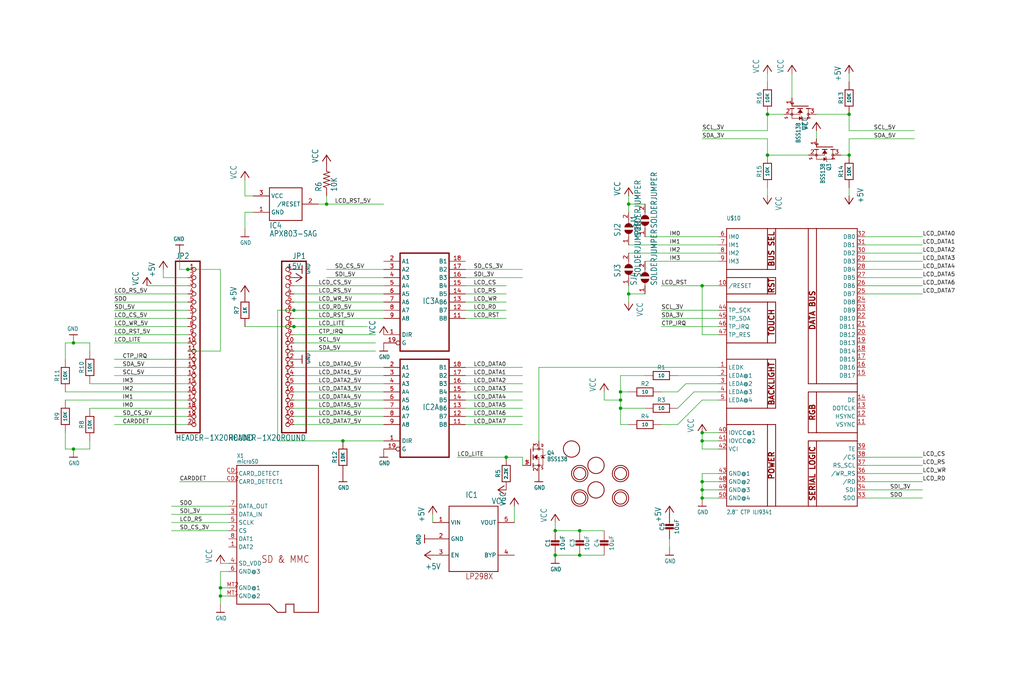
<source format=kicad_sch>
(kicad_sch (version 20211123) (generator eeschema)
  (paper "User" 318.592 212.877)
  (lib_symbols
    (symbol "schematicEagle-eagle-import:+5V" (power)
      (property "Value" "+5V" (at -2.54 -5.08 90))
      (symbol "+5V_1_0"
        (pin power_in line (at 0 -2.54 90) (length 2.54) (name "+5V") (number "1"))
      )
    )
    (symbol "schematicEagle-eagle-import:74245DW"
      (property "Reference" "IC" (at -0.635 -0.635 0))
      (symbol "74245DW_1_0"
        (pin input line (at -12.7 -10.16 0) (length 5.08) (name "DIR") (number "1"))
        (pin bidirectional line (at 12.7 -5.08 180) (length 5.08) (name "B8") (number "11"))
        (pin bidirectional line (at 12.7 -2.54 180) (length 5.08) (name "B7") (number "12"))
        (pin bidirectional line (at 12.7 0 180) (length 5.08) (name "B6") (number "13"))
        (pin bidirectional line (at 12.7 2.54 180) (length 5.08) (name "B5") (number "14"))
        (pin bidirectional line (at 12.7 5.08 180) (length 5.08) (name "B4") (number "15"))
        (pin bidirectional line (at 12.7 7.62 180) (length 5.08) (name "B3") (number "16"))
        (pin bidirectional line (at 12.7 10.16 180) (length 5.08) (name "B2") (number "17"))
        (pin bidirectional line (at 12.7 12.7 180) (length 5.08) (name "B1") (number "18"))
        (pin input inverted (at -12.7 -12.7 0) (length 5.08) (name "G") (number "19"))
        (pin bidirectional line (at -12.7 12.7 0) (length 5.08) (name "A1") (number "2"))
        (pin bidirectional line (at -12.7 10.16 0) (length 5.08) (name "A2") (number "3"))
        (pin bidirectional line (at -12.7 7.62 0) (length 5.08) (name "A3") (number "4"))
        (pin bidirectional line (at -12.7 5.08 0) (length 5.08) (name "A4") (number "5"))
        (pin bidirectional line (at -12.7 2.54 0) (length 5.08) (name "A5") (number "6"))
        (pin bidirectional line (at -12.7 0 0) (length 5.08) (name "A6") (number "7"))
        (pin bidirectional line (at -12.7 -2.54 0) (length 5.08) (name "A7") (number "8"))
        (pin bidirectional line (at -12.7 -5.08 0) (length 5.08) (name "A8") (number "9"))
      )
      (symbol "74245DW_2_0"
        (text "GND" (at 1.905 -5.842 900) (effects (font (size 1.27 1.0795)) (justify left bottom)))
        (text "VCC" (at 1.905 2.54 900) (effects (font (size 1.27 1.0795)) (justify left bottom)))
        (pin power_in line (at 0 -7.62 90) (length 5.08) (name "GND") (number "10"))
        (pin power_in line (at 0 7.62 270) (length 5.08) (name "VCC") (number "20"))
      )
    )
    (symbol "schematicEagle-eagle-import:AXP083-SAG"
      (property "Reference" "IC" (at -5.08 -7.62 0))
      (property "Value" "AXP083-SAG" (at -5.08 -10.16 0))
      (symbol "AXP083-SAG_1_0"
        (pin power_in line (at -10.16 -2.54 0) (length 5.08) (name "GND") (number "1"))
        (pin output line (at 10.16 0 180) (length 5.08) (name "/RESET") (number "2"))
        (pin power_in line (at -10.16 2.54 0) (length 5.08) (name "VCC") (number "3"))
      )
    )
    (symbol "schematicEagle-eagle-import:CAP_CERAMIC0805-NOOUTLINE"
      (property "Reference" "C" (at -2.29 1.25 90))
      (property "Value" "CAP_CERAMIC0805-NOOUTLINE" (at 2.3 1.25 90))
      (symbol "CAP_CERAMIC0805-NOOUTLINE_1_0"
        (pin passive line (at 0 5.08 270) (length 2.54) (name "1") (number "1"))
        (pin passive line (at 0 -2.54 90) (length 2.54) (name "2") (number "2"))
      )
    )
    (symbol "schematicEagle-eagle-import:DISP_LCD_CTP28_SAMPLE"
      (property "Reference" "TFT" (at -20.32 43.18 0))
      (property "Value" "DISP_LCD_CTP28_SAMPLE" (at -20.32 -48.26 0))
      (symbol "DISP_LCD_CTP28_SAMPLE_1_0"
        (text "BACKLIGHT" (at -6.35 -7.62 900) (effects (font (size 1.6764 1.6764) (thickness 0.3353) bold)))
        (text "BUS SEL" (at -6.35 34.29 900) (effects (font (size 1.6764 1.6764) (thickness 0.3353) bold)))
        (text "DATA BUS" (at 6.35 15.24 900) (effects (font (size 1.6764 1.6764) (thickness 0.3353) bold)))
        (text "POWER" (at -6.35 -33.02 900) (effects (font (size 1.6764 1.6764) (thickness 0.3353) bold)))
        (text "RGB" (at 6.35 -16.51 900) (effects (font (size 1.6764 1.6764) (thickness 0.3353) bold)))
        (text "RST" (at -6.35 22.86 900) (effects (font (size 1.6764 1.6764) (thickness 0.3353) bold)))
        (text "SERIAL LOGIC" (at 6.35 -35.56 900) (effects (font (size 1.6764 1.6764) (thickness 0.3353) bold)))
        (text "TOUCH" (at -6.35 11.43 900) (effects (font (size 1.6764 1.6764) (thickness 0.3353) bold)))
        (pin bidirectional line (at -22.86 -2.54 0) (length 2.54) (name "LEDK") (number "1"))
        (pin bidirectional line (at -22.86 22.86 0) (length 2.54) (name "/RESET") (number "10"))
        (pin bidirectional line (at 22.86 -20.32 180) (length 2.54) (name "VSYNC") (number "11"))
        (pin bidirectional line (at 22.86 -17.78 180) (length 2.54) (name "HSYNC") (number "12"))
        (pin bidirectional line (at 22.86 -15.24 180) (length 2.54) (name "DOTCLK") (number "13"))
        (pin bidirectional line (at 22.86 -12.7 180) (length 2.54) (name "DE") (number "14"))
        (pin bidirectional line (at 22.86 -5.08 180) (length 2.54) (name "DB17") (number "15"))
        (pin bidirectional line (at 22.86 -2.54 180) (length 2.54) (name "DB16") (number "16"))
        (pin bidirectional line (at 22.86 0 180) (length 2.54) (name "DB15") (number "17"))
        (pin bidirectional line (at 22.86 2.54 180) (length 2.54) (name "DB14") (number "18"))
        (pin bidirectional line (at 22.86 5.08 180) (length 2.54) (name "DB13") (number "19"))
        (pin bidirectional line (at -22.86 -5.08 0) (length 2.54) (name "LEDA@1") (number "2"))
        (pin bidirectional line (at 22.86 7.62 180) (length 2.54) (name "DB12") (number "20"))
        (pin bidirectional line (at 22.86 10.16 180) (length 2.54) (name "DB11") (number "21"))
        (pin bidirectional line (at 22.86 12.7 180) (length 2.54) (name "DB10") (number "22"))
        (pin bidirectional line (at 22.86 15.24 180) (length 2.54) (name "DB9") (number "23"))
        (pin bidirectional line (at 22.86 17.78 180) (length 2.54) (name "DB8") (number "24"))
        (pin bidirectional line (at 22.86 20.32 180) (length 2.54) (name "DB7") (number "25"))
        (pin bidirectional line (at 22.86 22.86 180) (length 2.54) (name "DB6") (number "26"))
        (pin bidirectional line (at 22.86 25.4 180) (length 2.54) (name "DB5") (number "27"))
        (pin bidirectional line (at 22.86 27.94 180) (length 2.54) (name "DB4") (number "28"))
        (pin bidirectional line (at 22.86 30.48 180) (length 2.54) (name "DB3") (number "29"))
        (pin bidirectional line (at -22.86 -7.62 0) (length 2.54) (name "LEDA@2") (number "3"))
        (pin bidirectional line (at 22.86 33.02 180) (length 2.54) (name "DB2") (number "30"))
        (pin bidirectional line (at 22.86 35.56 180) (length 2.54) (name "DB1") (number "31"))
        (pin bidirectional line (at 22.86 38.1 180) (length 2.54) (name "DB0") (number "32"))
        (pin bidirectional line (at 22.86 -43.18 180) (length 2.54) (name "SDO") (number "33"))
        (pin bidirectional line (at 22.86 -40.64 180) (length 2.54) (name "SDI") (number "34"))
        (pin bidirectional line (at 22.86 -38.1 180) (length 2.54) (name "/RD") (number "35"))
        (pin bidirectional line (at 22.86 -35.56 180) (length 2.54) (name "/WR_RS") (number "36"))
        (pin bidirectional line (at 22.86 -33.02 180) (length 2.54) (name "RS_SCL") (number "37"))
        (pin bidirectional line (at 22.86 -30.48 180) (length 2.54) (name "/CS") (number "38"))
        (pin bidirectional line (at 22.86 -27.94 180) (length 2.54) (name "TE") (number "39"))
        (pin bidirectional line (at -22.86 -10.16 0) (length 2.54) (name "LEDA@3") (number "4"))
        (pin bidirectional line (at -22.86 -22.86 0) (length 2.54) (name "IOVCC@1") (number "40"))
        (pin bidirectional line (at -22.86 -25.4 0) (length 2.54) (name "IOVCC@2") (number "41"))
        (pin bidirectional line (at -22.86 -27.94 0) (length 2.54) (name "VCI") (number "42"))
        (pin bidirectional line (at -22.86 -35.56 0) (length 2.54) (name "GND@1") (number "43"))
        (pin bidirectional line (at -22.86 15.24 0) (length 2.54) (name "TP_SCK") (number "44"))
        (pin bidirectional line (at -22.86 12.7 0) (length 2.54) (name "TP_SDA") (number "45"))
        (pin bidirectional line (at -22.86 10.16 0) (length 2.54) (name "TP_IRQ") (number "46"))
        (pin bidirectional line (at -22.86 7.62 0) (length 2.54) (name "TP_RES") (number "47"))
        (pin bidirectional line (at -22.86 -38.1 0) (length 2.54) (name "GND@2") (number "48"))
        (pin bidirectional line (at -22.86 -40.64 0) (length 2.54) (name "GND@3") (number "49"))
        (pin bidirectional line (at -22.86 -12.7 0) (length 2.54) (name "LEDA@4") (number "5"))
        (pin bidirectional line (at -22.86 -43.18 0) (length 2.54) (name "GND@4") (number "50"))
        (pin bidirectional line (at -22.86 38.1 0) (length 2.54) (name "IM0") (number "6"))
        (pin bidirectional line (at -22.86 35.56 0) (length 2.54) (name "IM1") (number "7"))
        (pin bidirectional line (at -22.86 33.02 0) (length 2.54) (name "IM2") (number "8"))
        (pin bidirectional line (at -22.86 30.48 0) (length 2.54) (name "IM3") (number "9"))
      )
    )
    (symbol "schematicEagle-eagle-import:FIDUCIAL")
    (symbol "schematicEagle-eagle-import:GND" (power)
      (property "Value" "GND" (at -1.524 -2.54 0))
      (symbol "GND_1_0"
        (pin power_in line (at 0 2.54 270) (length 2.54) (name "GND") (number "1"))
      )
    )
    (symbol "schematicEagle-eagle-import:HEADER-1X20ROUND"
      (property "Reference" "JP" (at -6.35 26.035 0))
      (property "Value" "HEADER-1X20ROUND" (at -6.35 -30.48 0))
      (symbol "HEADER-1X20ROUND_1_0"
        (pin passive inverted (at -2.54 22.86 0) (length 2.54) (name "1") (number "1"))
        (pin passive inverted (at -2.54 0 0) (length 2.54) (name "10") (number "10"))
        (pin passive inverted (at -2.54 -2.54 0) (length 2.54) (name "11") (number "11"))
        (pin passive inverted (at -2.54 -5.08 0) (length 2.54) (name "12") (number "12"))
        (pin passive inverted (at -2.54 -7.62 0) (length 2.54) (name "13") (number "13"))
        (pin passive inverted (at -2.54 -10.16 0) (length 2.54) (name "14") (number "14"))
        (pin passive inverted (at -2.54 -12.7 0) (length 2.54) (name "15") (number "15"))
        (pin passive inverted (at -2.54 -15.24 0) (length 2.54) (name "16") (number "16"))
        (pin passive inverted (at -2.54 -17.78 0) (length 2.54) (name "17") (number "17"))
        (pin passive inverted (at -2.54 -20.32 0) (length 2.54) (name "18") (number "18"))
        (pin passive inverted (at -2.54 -22.86 0) (length 2.54) (name "19") (number "19"))
        (pin passive inverted (at -2.54 20.32 0) (length 2.54) (name "2") (number "2"))
        (pin passive inverted (at -2.54 -25.4 0) (length 2.54) (name "20") (number "20"))
        (pin passive inverted (at -2.54 17.78 0) (length 2.54) (name "3") (number "3"))
        (pin passive inverted (at -2.54 15.24 0) (length 2.54) (name "4") (number "4"))
        (pin passive inverted (at -2.54 12.7 0) (length 2.54) (name "5") (number "5"))
        (pin passive inverted (at -2.54 10.16 0) (length 2.54) (name "6") (number "6"))
        (pin passive inverted (at -2.54 7.62 0) (length 2.54) (name "7") (number "7"))
        (pin passive inverted (at -2.54 5.08 0) (length 2.54) (name "8") (number "8"))
        (pin passive inverted (at -2.54 2.54 0) (length 2.54) (name "9") (number "9"))
      )
    )
    (symbol "schematicEagle-eagle-import:LP298XS"
      (property "Reference" "IC" (at -12.7 -5.08 90))
      (symbol "LP298XS_1_0"
        (text "LP298X" (at 12.7 -5.08 900) (effects (font (size 1.778 1.5113)) (justify left bottom)))
        (pin bidirectional line (at -5.08 -15.24 90) (length 5.08) (name "VIN") (number "1"))
        (pin bidirectional line (at 0 -15.24 90) (length 5.08) (name "GND") (number "2"))
        (pin bidirectional line (at 5.08 -15.24 90) (length 5.08) (name "EN") (number "3"))
        (pin bidirectional line (at 5.08 10.16 270) (length 5.08) (name "BYP") (number "4"))
        (pin bidirectional line (at -5.08 10.16 270) (length 5.08) (name "VOUT") (number "5"))
      )
    )
    (symbol "schematicEagle-eagle-import:MICROSD"
      (property "Reference" "X" (at -12.7 22.606 0))
      (property "Value" "MICROSD" (at -12.7 20.828 0))
      (symbol "MICROSD_1_0"
        (text "SD & MMC" (at -5.08 -10.16 0) (effects (font (size 2.1844 1.8567)) (justify left bottom)))
        (pin bidirectional line (at -15.24 -5.08 0) (length 2.54) (name "DAT2") (number "1"))
        (pin input line (at -15.24 0 0) (length 2.54) (name "CS") (number "2"))
        (pin input line (at -15.24 5.08 0) (length 2.54) (name "DATA_IN") (number "3"))
        (pin power_in line (at -15.24 -10.16 0) (length 2.54) (name "SD_VDD") (number "4"))
        (pin input line (at -15.24 2.54 0) (length 2.54) (name "SCLK") (number "5"))
        (pin power_in line (at -15.24 -12.7 0) (length 2.54) (name "GND@3") (number "6"))
        (pin output line (at -15.24 7.62 0) (length 2.54) (name "DATA_OUT") (number "7"))
        (pin bidirectional line (at -15.24 -2.54 0) (length 2.54) (name "DAT1") (number "8"))
        (pin passive line (at -15.24 17.78 0) (length 2.54) (name "CARD_DETECT") (number "CD1"))
        (pin passive line (at -15.24 15.24 0) (length 2.54) (name "CARD_DETECT1") (number "CD2"))
        (pin power_in line (at -15.24 -20.32 0) (length 2.54) (name "GND@2") (number "MT1"))
        (pin power_in line (at -15.24 -17.78 0) (length 2.54) (name "GND@1") (number "MT2"))
      )
    )
    (symbol "schematicEagle-eagle-import:MOSFET-NWIDE"
      (property "Reference" "Q" (at 5.08 0.635 0))
      (property "Value" "MOSFET-NWIDE" (at 5.08 -1.27 0))
      (symbol "MOSFET-NWIDE_1_0"
        (text "D" (at 3.175 3.175 0) (effects (font (size 0.8128 0.6908)) (justify left bottom)))
        (text "G" (at -1.27 -1.905 0) (effects (font (size 0.8128 0.6908)) (justify left bottom)))
        (text "S" (at 3.175 -3.81 0) (effects (font (size 0.8128 0.6908)) (justify left bottom)))
        (pin bidirectional line (at -2.54 -2.54 0) (length 2.54) (name "G") (number "1"))
        (pin bidirectional line (at 2.54 -5.08 90) (length 2.54) (name "S") (number "2"))
        (pin bidirectional line (at 2.54 5.08 270) (length 2.54) (name "D") (number "3"))
      )
    )
    (symbol "schematicEagle-eagle-import:MOUNTINGHOLE3.0THIN")
    (symbol "schematicEagle-eagle-import:R-US_R0805"
      (property "Reference" "R" (at -3.81 1.4986 0))
      (property "Value" "R-US_R0805" (at -3.81 -3.302 0))
      (symbol "R-US_R0805_1_0"
        (pin passive line (at -5.08 0 0) (length 2.54) (name "1") (number "1"))
        (pin passive line (at 5.08 0 180) (length 2.54) (name "2") (number "2"))
      )
    )
    (symbol "schematicEagle-eagle-import:RESISTOR0805_NOOUTLINE"
      (property "Reference" "R" (at 0 2.54 0))
      (property "Value" "RESISTOR0805_NOOUTLINE" (at 0 0 0))
      (symbol "RESISTOR0805_NOOUTLINE_1_0"
        (pin passive line (at -5.08 0 0) (length 2.54) (name "1") (number "1"))
        (pin passive line (at 5.08 0 180) (length 2.54) (name "2") (number "2"))
      )
    )
    (symbol "schematicEagle-eagle-import:SOLDERJUMPER"
      (property "Reference" "SJ" (at -2.54 2.54 0))
      (property "Value" "SOLDERJUMPER" (at -2.54 -3.81 0))
      (symbol "SOLDERJUMPER_1_0"
        (pin passive line (at -5.08 0 0) (length 2.54) (name "1") (number "1"))
        (pin passive line (at 5.08 0 180) (length 2.54) (name "2") (number "2"))
      )
    )
    (symbol "schematicEagle-eagle-import:VCC" (power)
      (property "Value" "VCC" (at -2.54 -2.54 90))
      (symbol "VCC_1_0"
        (pin power_in line (at 0 -2.54 90) (length 2.54) (name "VCC") (number "1"))
      )
    )
  )
  (junction (at 180.34 172.72))
  (junction (at 195.58 63.5))
  (junction (at 218.44 152.4))
  (junction (at 68.58 185.42))
  (junction (at 218.44 154.94))
  (junction (at 218.44 137.16))
  (junction (at 264.16 35.56))
  (junction (at 218.44 88.9))
  (junction (at 22.86 139.7))
  (junction (at 68.58 182.88))
  (junction (at 101.6 63.5))
  (junction (at 218.44 134.62))
  (junction (at 91.44 101.6))
  (junction (at 238.76 35.56))
  (junction (at 172.72 172.72))
  (junction (at 180.34 165.1))
  (junction (at 193.04 127))
  (junction (at 238.76 48.26))
  (junction (at 193.04 124.46))
  (junction (at 218.44 149.86))
  (junction (at 58.42 83.82))
  (junction (at 172.72 165.1))
  (junction (at 195.58 91.44))
  (junction (at 22.86 106.68))
  (junction (at 106.68 137.16))
  (junction (at 264.16 48.26))
  (junction (at 193.04 121.92))
  (junction (at 91.44 96.52))
  (junction (at 157.48 142.24))
  (wire (pts (xy 218.44 152.4) (xy 223.52 152.4)))
  (wire (pts (xy 223.52 101.6) (xy 205.74 101.6)))
  (wire (pts (xy 210.82 116.84) (xy 223.52 116.84)))
  (wire (pts (xy 68.58 177.8) (xy 68.58 182.88)))
  (wire (pts (xy 218.44 139.7) (xy 218.44 137.16)))
  (wire (pts (xy 218.44 149.86) (xy 218.44 152.4)))
  (wire (pts (xy 269.24 73.66) (xy 287.02 73.66)))
  (wire (pts (xy 50.8 86.36) (xy 50.8 83.82)))
  (wire (pts (xy 195.58 93.98) (xy 195.58 91.44)))
  (wire (pts (xy 119.38 129.54) (xy 91.44 129.54)))
  (wire (pts (xy 162.56 119.38) (xy 144.78 119.38)))
  (wire (pts (xy 172.72 162.56) (xy 172.72 165.1)))
  (wire (pts (xy 134.62 160.02) (xy 134.62 162.56)))
  (wire (pts (xy 269.24 88.9) (xy 287.02 88.9)))
  (wire (pts (xy 264.16 60.96) (xy 264.16 58.42)))
  (wire (pts (xy 218.44 124.46) (xy 223.52 124.46)))
  (wire (pts (xy 116.84 106.68) (xy 91.44 106.68)))
  (wire (pts (xy 269.24 147.32) (xy 287.02 147.32)))
  (wire (pts (xy 223.52 104.14) (xy 218.44 104.14)))
  (wire (pts (xy 144.78 96.52) (xy 157.48 96.52)))
  (wire (pts (xy 119.38 121.92) (xy 91.44 121.92)))
  (wire (pts (xy 195.58 91.44) (xy 195.58 88.9)))
  (wire (pts (xy 116.84 104.14) (xy 91.44 104.14)))
  (wire (pts (xy 180.34 165.1) (xy 187.96 165.1)))
  (wire (pts (xy 27.94 109.22) (xy 27.94 106.68)))
  (wire (pts (xy 195.58 132.08) (xy 193.04 132.08)))
  (wire (pts (xy 218.44 134.62) (xy 218.44 137.16)))
  (wire (pts (xy 193.04 124.46) (xy 193.04 121.92)))
  (wire (pts (xy 35.56 93.98) (xy 58.42 93.98)))
  (wire (pts (xy 20.32 134.62) (xy 20.32 139.7)))
  (wire (pts (xy 269.24 144.78) (xy 287.02 144.78)))
  (wire (pts (xy 106.68 137.16) (xy 86.36 137.16)))
  (wire (pts (xy 205.74 121.92) (xy 210.82 121.92)))
  (wire (pts (xy 246.38 30.48) (xy 246.38 22.86)))
  (wire (pts (xy 238.76 60.96) (xy 238.76 58.42)))
  (wire (pts (xy 162.56 127) (xy 144.78 127)))
  (wire (pts (xy 218.44 137.16) (xy 223.52 137.16)))
  (wire (pts (xy 195.58 121.92) (xy 193.04 121.92)))
  (wire (pts (xy 91.44 96.52) (xy 86.36 96.52)))
  (wire (pts (xy 264.16 22.86) (xy 264.16 25.4)))
  (wire (pts (xy 53.34 165.1) (xy 71.12 165.1)))
  (wire (pts (xy 142.24 142.24) (xy 157.48 142.24)))
  (wire (pts (xy 157.48 142.24) (xy 162.56 142.24)))
  (wire (pts (xy 269.24 81.28) (xy 287.02 81.28)))
  (wire (pts (xy 71.12 160.02) (xy 53.34 160.02)))
  (wire (pts (xy 91.44 96.52) (xy 119.38 96.52)))
  (wire (pts (xy 160.02 157.48) (xy 160.02 162.56)))
  (wire (pts (xy 27.94 139.7) (xy 27.94 137.16)))
  (wire (pts (xy 27.94 106.68) (xy 22.86 106.68)))
  (wire (pts (xy 218.44 104.14) (xy 218.44 88.9)))
  (wire (pts (xy 223.52 147.32) (xy 218.44 147.32)))
  (wire (pts (xy 86.36 137.16) (xy 86.36 96.52)))
  (wire (pts (xy 264.16 35.56) (xy 264.16 40.64)))
  (wire (pts (xy 162.56 124.46) (xy 144.78 124.46)))
  (wire (pts (xy 68.58 185.42) (xy 68.58 182.88)))
  (wire (pts (xy 167.64 114.3) (xy 223.52 114.3)))
  (wire (pts (xy 269.24 154.94) (xy 287.02 154.94)))
  (wire (pts (xy 269.24 76.2) (xy 287.02 76.2)))
  (wire (pts (xy 210.82 127) (xy 215.9 121.92)))
  (wire (pts (xy 200.66 91.44) (xy 195.58 91.44)))
  (wire (pts (xy 76.2 66.04) (xy 78.74 66.04)))
  (wire (pts (xy 162.56 116.84) (xy 144.78 116.84)))
  (wire (pts (xy 269.24 152.4) (xy 287.02 152.4)))
  (wire (pts (xy 20.32 139.7) (xy 22.86 139.7)))
  (wire (pts (xy 53.34 157.48) (xy 71.12 157.48)))
  (wire (pts (xy 254 40.64) (xy 254 43.18)))
  (wire (pts (xy 238.76 40.64) (xy 218.44 40.64)))
  (wire (pts (xy 20.32 124.46) (xy 58.42 124.46)))
  (wire (pts (xy 162.56 132.08) (xy 144.78 132.08)))
  (wire (pts (xy 193.04 121.92) (xy 193.04 116.84)))
  (wire (pts (xy 22.86 139.7) (xy 27.94 139.7)))
  (wire (pts (xy 264.16 40.64) (xy 284.48 40.64)))
  (wire (pts (xy 167.64 137.16) (xy 167.64 114.3)))
  (wire (pts (xy 187.96 121.92) (xy 187.96 124.46)))
  (wire (pts (xy 269.24 86.36) (xy 287.02 86.36)))
  (wire (pts (xy 193.04 132.08) (xy 193.04 127)))
  (wire (pts (xy 91.44 101.6) (xy 76.2 101.6)))
  (wire (pts (xy 101.6 63.5) (xy 119.38 63.5)))
  (wire (pts (xy 218.44 43.18) (xy 238.76 43.18)))
  (wire (pts (xy 35.56 114.3) (xy 58.42 114.3)))
  (wire (pts (xy 58.42 132.08) (xy 35.56 132.08)))
  (wire (pts (xy 269.24 149.86) (xy 287.02 149.86)))
  (wire (pts (xy 58.42 109.22) (xy 68.58 109.22)))
  (wire (pts (xy 264.16 43.18) (xy 284.48 43.18)))
  (wire (pts (xy 58.42 111.76) (xy 35.56 111.76)))
  (wire (pts (xy 71.12 149.86) (xy 55.88 149.86)))
  (wire (pts (xy 264.16 48.26) (xy 261.62 48.26)))
  (wire (pts (xy 119.38 119.38) (xy 91.44 119.38)))
  (wire (pts (xy 71.12 175.26) (xy 68.58 175.26)))
  (wire (pts (xy 254 35.56) (xy 264.16 35.56)))
  (wire (pts (xy 119.38 114.3) (xy 91.44 114.3)))
  (wire (pts (xy 210.82 121.92) (xy 213.36 119.38)))
  (wire (pts (xy 20.32 106.68) (xy 20.32 111.76)))
  (wire (pts (xy 78.74 60.96) (xy 76.2 60.96)))
  (wire (pts (xy 35.56 104.14) (xy 58.42 104.14)))
  (wire (pts (xy 264.16 48.26) (xy 264.16 43.18)))
  (wire (pts (xy 119.38 116.84) (xy 91.44 116.84)))
  (wire (pts (xy 187.96 124.46) (xy 193.04 124.46)))
  (wire (pts (xy 223.52 99.06) (xy 205.74 99.06)))
  (wire (pts (xy 210.82 132.08) (xy 218.44 124.46)))
  (wire (pts (xy 162.56 142.24) (xy 162.56 144.78)))
  (wire (pts (xy 223.52 78.74) (xy 195.58 78.74)))
  (wire (pts (xy 218.44 154.94) (xy 223.52 154.94)))
  (wire (pts (xy 187.96 172.72) (xy 180.34 172.72)))
  (wire (pts (xy 269.24 78.74) (xy 287.02 78.74)))
  (wire (pts (xy 205.74 88.9) (xy 218.44 88.9)))
  (wire (pts (xy 91.44 93.98) (xy 119.38 93.98)))
  (wire (pts (xy 238.76 48.26) (xy 238.76 43.18)))
  (wire (pts (xy 58.42 116.84) (xy 35.56 116.84)))
  (wire (pts (xy 68.58 83.82) (xy 58.42 83.82)))
  (wire (pts (xy 215.9 121.92) (xy 223.52 121.92)))
  (wire (pts (xy 35.56 101.6) (xy 58.42 101.6)))
  (wire (pts (xy 193.04 116.84) (xy 200.66 116.84)))
  (wire (pts (xy 223.52 139.7) (xy 218.44 139.7)))
  (wire (pts (xy 71.12 177.8) (xy 68.58 177.8)))
  (wire (pts (xy 180.34 165.1) (xy 172.72 165.1)))
  (wire (pts (xy 119.38 127) (xy 91.44 127)))
  (wire (pts (xy 238.76 40.64) (xy 238.76 35.56)))
  (wire (pts (xy 172.72 172.72) (xy 180.34 172.72)))
  (wire (pts (xy 238.76 35.56) (xy 243.84 35.56)))
  (wire (pts (xy 45.72 88.9) (xy 58.42 88.9)))
  (wire (pts (xy 162.56 114.3) (xy 144.78 114.3)))
  (wire (pts (xy 119.38 132.08) (xy 91.44 132.08)))
  (wire (pts (xy 55.88 83.82) (xy 55.88 78.74)))
  (wire (pts (xy 27.94 119.38) (xy 58.42 119.38)))
  (wire (pts (xy 58.42 86.36) (xy 50.8 86.36)))
  (wire (pts (xy 195.58 76.2) (xy 223.52 76.2)))
  (wire (pts (xy 144.78 88.9) (xy 157.48 88.9)))
  (wire (pts (xy 195.58 60.96) (xy 195.58 63.5)))
  (wire (pts (xy 208.28 170.18) (xy 208.28 167.64)))
  (wire (pts (xy 91.44 91.44) (xy 119.38 91.44)))
  (wire (pts (xy 58.42 127) (xy 27.94 127)))
  (wire (pts (xy 144.78 86.36) (xy 162.56 86.36)))
  (wire (pts (xy 218.44 88.9) (xy 223.52 88.9)))
  (wire (pts (xy 116.84 109.22) (xy 91.44 109.22)))
  (wire (pts (xy 71.12 162.56) (xy 53.34 162.56)))
  (wire (pts (xy 76.2 60.96) (xy 76.2 55.88)))
  (wire (pts (xy 144.78 91.44) (xy 157.48 91.44)))
  (wire (pts (xy 218.44 152.4) (xy 218.44 154.94)))
  (wire (pts (xy 223.52 134.62) (xy 218.44 134.62)))
  (wire (pts (xy 144.78 93.98) (xy 157.48 93.98)))
  (wire (pts (xy 119.38 124.46) (xy 91.44 124.46)))
  (wire (pts (xy 119.38 86.36) (xy 101.6 86.36)))
  (wire (pts (xy 193.04 127) (xy 200.66 127)))
  (wire (pts (xy 144.78 83.82) (xy 162.56 83.82)))
  (wire (pts (xy 35.56 99.06) (xy 58.42 99.06)))
  (wire (pts (xy 76.2 71.12) (xy 76.2 66.04)))
  (wire (pts (xy 58.42 106.68) (xy 35.56 106.68)))
  (wire (pts (xy 91.44 88.9) (xy 119.38 88.9)))
  (wire (pts (xy 71.12 185.42) (xy 68.58 185.42)))
  (wire (pts (xy 68.58 109.22) (xy 68.58 83.82)))
  (wire (pts (xy 20.32 121.92) (xy 58.42 121.92)))
  (wire (pts (xy 213.36 119.38) (xy 223.52 119.38)))
  (wire (pts (xy 195.58 66.04) (xy 195.58 63.5)))
  (wire (pts (xy 68.58 185.42) (xy 68.58 187.96)))
  (wire (pts (xy 195.58 63.5) (xy 200.66 63.5)))
  (wire (pts (xy 223.52 73.66) (xy 200.66 73.66)))
  (wire (pts (xy 91.44 99.06) (xy 119.38 99.06)))
  (wire (pts (xy 101.6 83.82) (xy 119.38 83.82)))
  (wire (pts (xy 238.76 22.86) (xy 238.76 25.4)))
  (wire (pts (xy 91.44 101.6) (xy 114.3 101.6)))
  (wire (pts (xy 223.52 96.52) (xy 205.74 96.52)))
  (wire (pts (xy 162.56 121.92) (xy 144.78 121.92)))
  (wire (pts (xy 193.04 127) (xy 193.04 124.46)))
  (wire (pts (xy 251.46 48.26) (xy 238.76 48.26)))
  (wire (pts (xy 162.56 129.54) (xy 144.78 129.54)))
  (wire (pts (xy 223.52 81.28) (xy 200.66 81.28)))
  (wire (pts (xy 269.24 142.24) (xy 287.02 142.24)))
  (wire (pts (xy 22.86 106.68) (xy 20.32 106.68)))
  (wire (pts (xy 99.06 63.5) (xy 101.6 63.5)))
  (wire (pts (xy 101.6 60.96) (xy 101.6 63.5)))
  (wire (pts (xy 35.56 91.44) (xy 58.42 91.44)))
  (wire (pts (xy 144.78 99.06) (xy 157.48 99.06)))
  (wire (pts (xy 223.52 149.86) (xy 218.44 149.86)))
  (wire (pts (xy 269.24 83.82) (xy 287.02 83.82)))
  (wire (pts (xy 58.42 83.82) (xy 55.88 83.82)))
  (wire (pts (xy 68.58 182.88) (xy 71.12 182.88)))
  (wire (pts (xy 269.24 91.44) (xy 287.02 91.44)))
  (wire (pts (xy 218.44 147.32) (xy 218.44 149.86)))
  (wire (pts (xy 35.56 129.54) (xy 58.42 129.54)))
  (wire (pts (xy 58.42 96.52) (xy 35.56 96.52)))
  (wire (pts (xy 205.74 132.08) (xy 210.82 132.08)))
  (wire (pts (xy 119.38 137.16) (xy 106.68 137.16)))
  (label "IM3" (at 38.1 119.38 0) (effects (font (size 1.2446 1.2446))))
  (label "CTP_IRQ" (at 99.06 104.14 0) (effects (font (size 1.2446 1.2446))))
  (label "LCD_CS" (at 287.02 142.24 0) (effects (font (size 1.2446 1.2446))))
  (label "LCD_DATA1_5V" (at 99.06 116.84 0) (effects (font (size 1.2446 1.2446))))
  (label "IM2" (at 38.1 121.92 0) (effects (font (size 1.2446 1.2446))))
  (label "IM0" (at 38.1 127 0) (effects (font (size 1.2446 1.2446))))
  (label "LCD_DATA2" (at 147.32 119.38 0) (effects (font (size 1.2446 1.2446))))
  (label "LCD_DATA2" (at 287.02 78.74 0) (effects (font (size 1.2446 1.2446))))
  (label "SD_CS_3V" (at 55.88 165.1 0) (effects (font (size 1.2446 1.2446))))
  (label "LCD_CS" (at 147.32 88.9 0) (effects (font (size 1.2446 1.2446))))
  (label "IM3" (at 208.28 81.28 0) (effects (font (size 1.2446 1.2446))))
  (label "SDI_5V" (at 35.56 96.52 0) (effects (font (size 1.2446 1.2446))))
  (label "LCD_DATA0_5V" (at 99.06 114.3 0) (effects (font (size 1.2446 1.2446))))
  (label "LCD_CS_5V" (at 35.56 99.06 0) (effects (font (size 1.2446 1.2446))))
  (label "SDI_5V" (at 104.14 86.36 0) (effects (font (size 1.2446 1.2446))))
  (label "SDA_5V" (at 99.06 109.22 0) (effects (font (size 1.2446 1.2446))))
  (label "LCD_DATA5" (at 147.32 127 0) (effects (font (size 1.2446 1.2446))))
  (label "LCD_DATA1" (at 147.32 116.84 0) (effects (font (size 1.2446 1.2446))))
  (label "SDA_5V" (at 38.1 114.3 0) (effects (font (size 1.2446 1.2446))))
  (label "LCD_RD_5V" (at 99.06 96.52 0) (effects (font (size 1.2446 1.2446))))
  (label "LCD_RD" (at 147.32 96.52 0) (effects (font (size 1.2446 1.2446))))
  (label "LCD_LITE" (at 142.24 142.24 0) (effects (font (size 1.2446 1.2446))))
  (label "SD_CS_3V" (at 147.32 83.82 0) (effects (font (size 1.2446 1.2446))))
  (label "SDI_3V" (at 55.88 160.02 0) (effects (font (size 1.2446 1.2446))))
  (label "SDO" (at 35.56 93.98 0) (effects (font (size 1.2446 1.2446))))
  (label "LCD_RST" (at 205.74 88.9 0) (effects (font (size 1.2446 1.2446))))
  (label "LCD_DATA7" (at 287.02 91.44 0) (effects (font (size 1.2446 1.2446))))
  (label "SDI_3V" (at 147.32 86.36 0) (effects (font (size 1.2446 1.2446))))
  (label "IM1" (at 208.28 76.2 0) (effects (font (size 1.2446 1.2446))))
  (label "IM2" (at 208.28 78.74 0) (effects (font (size 1.2446 1.2446))))
  (label "LCD_DATA7" (at 147.32 132.08 0) (effects (font (size 1.2446 1.2446))))
  (label "LCD_DATA4" (at 287.02 83.82 0) (effects (font (size 1.2446 1.2446))))
  (label "LCD_RST" (at 147.32 99.06 0) (effects (font (size 1.2446 1.2446))))
  (label "LCD_DATA6_5V" (at 99.06 129.54 0) (effects (font (size 1.2446 1.2446))))
  (label "LCD_DATA0" (at 287.02 73.66 0) (effects (font (size 1.2446 1.2446))))
  (label "LCD_WR" (at 147.32 93.98 0) (effects (font (size 1.2446 1.2446))))
  (label "LCD_RD" (at 287.02 149.86 0) (effects (font (size 1.2446 1.2446))))
  (label "SDA_3V" (at 218.44 43.18 0) (effects (font (size 1.2446 1.2446))))
  (label "LCD_RS" (at 287.02 144.78 0) (effects (font (size 1.2446 1.2446))))
  (label "LCD_WR_5V" (at 35.56 101.6 0) (effects (font (size 1.2446 1.2446))))
  (label "LCD_DATA4" (at 147.32 124.46 0) (effects (font (size 1.2446 1.2446))))
  (label "LCD_RS_5V" (at 99.06 91.44 0) (effects (font (size 1.2446 1.2446))))
  (label "SDO" (at 276.86 154.94 0) (effects (font (size 1.2446 1.2446))))
  (label "SCL_3V" (at 205.74 96.52 0) (effects (font (size 1.2446 1.2446))))
  (label "SDA_5V" (at 271.78 43.18 0) (effects (font (size 1.2446 1.2446))))
  (label "CARDDET" (at 55.88 149.86 0) (effects (font (size 1.2446 1.2446))))
  (label "LCD_LITE" (at 99.06 101.6 0) (effects (font (size 1.2446 1.2446))))
  (label "SD_CS_5V" (at 38.1 129.54 0) (effects (font (size 1.2446 1.2446))))
  (label "IM0" (at 208.28 73.66 0) (effects (font (size 1.2446 1.2446))))
  (label "SCL_3V" (at 218.44 40.64 0) (effects (font (size 1.2446 1.2446))))
  (label "LCD_WR_5V" (at 99.06 93.98 0) (effects (font (size 1.2446 1.2446))))
  (label "LCD_DATA3_5V" (at 99.06 121.92 0) (effects (font (size 1.2446 1.2446))))
  (label "LCD_CS_5V" (at 99.06 88.9 0) (effects (font (size 1.2446 1.2446))))
  (label "LCD_RST_5V" (at 104.14 63.5 0) (effects (font (size 1.2446 1.2446))))
  (label "SDO" (at 55.88 157.48 0) (effects (font (size 1.2446 1.2446))))
  (label "LCD_RS" (at 55.88 162.56 0) (effects (font (size 1.2446 1.2446))))
  (label "LCD_DATA5_5V" (at 99.06 127 0) (effects (font (size 1.2446 1.2446))))
  (label "SCL_5V" (at 38.1 116.84 0) (effects (font (size 1.2446 1.2446))))
  (label "SD_CS_5V" (at 104.14 83.82 0) (effects (font (size 1.2446 1.2446))))
  (label "LCD_RS_5V" (at 35.56 91.44 0) (effects (font (size 1.2446 1.2446))))
  (label "IM1" (at 38.1 124.46 0) (effects (font (size 1.2446 1.2446))))
  (label "SCL_5V" (at 271.78 40.64 0) (effects (font (size 1.2446 1.2446))))
  (label "LCD_RST_5V" (at 35.56 104.14 0) (effects (font (size 1.2446 1.2446))))
  (label "LCD_DATA2_5V" (at 99.06 119.38 0) (effects (font (size 1.2446 1.2446))))
  (label "LCD_DATA7_5V" (at 99.06 132.08 0) (effects (font (size 1.2446 1.2446))))
  (label "LCD_RST_5V" (at 99.06 99.06 0) (effects (font (size 1.2446 1.2446))))
  (label "SDA_3V" (at 205.74 99.06 0) (effects (font (size 1.2446 1.2446))))
  (label "LCD_DATA3" (at 287.02 81.28 0) (effects (font (size 1.2446 1.2446))))
  (label "LCD_DATA5" (at 287.02 86.36 0) (effects (font (size 1.2446 1.2446))))
  (label "CTP_IRQ" (at 205.74 101.6 0) (effects (font (size 1.2446 1.2446))))
  (label "SDI_3V" (at 276.86 152.4 0) (effects (font (size 1.2446 1.2446))))
  (label "LCD_LITE" (at 35.56 106.68 0) (effects (font (size 1.2446 1.2446))))
  (label "LCD_DATA3" (at 147.32 121.92 0) (effects (font (size 1.2446 1.2446))))
  (label "LCD_DATA6" (at 147.32 129.54 0) (effects (font (size 1.2446 1.2446))))
  (label "LCD_RS" (at 147.32 91.44 0) (effects (font (size 1.2446 1.2446))))
  (label "LCD_DATA1" (at 287.02 76.2 0) (effects (font (size 1.2446 1.2446))))
  (label "LCD_DATA0" (at 147.32 114.3 0) (effects (font (size 1.2446 1.2446))))
  (label "CTP_IRQ" (at 38.1 111.76 0) (effects (font (size 1.2446 1.2446))))
  (label "LCD_DATA6" (at 287.02 88.9 0) (effects (font (size 1.2446 1.2446))))
  (label "CARDDET" (at 38.1 132.08 0) (effects (font (size 1.2446 1.2446))))
  (label "SCL_5V" (at 99.06 106.68 0) (effects (font (size 1.2446 1.2446))))
  (label "LCD_DATA4_5V" (at 99.06 124.46 0) (effects (font (size 1.2446 1.2446))))
  (label "LCD_WR" (at 287.02 147.32 0) (effects (font (size 1.2446 1.2446))))
  (symbol (lib_id "schematicEagle-eagle-import:VCC") (at 246.38 20.32 0) (unit 1)
    (property "Reference" "#P+14" (effects hide))
    (property "Value" "VCC" (at 243.84 22.86 90) (effects (font (size 1.778 1.5113)) (justify left bottom)))
    (property "Footprint" "schematicEagle:" (effects hide))
  )
  (symbol (lib_id "schematicEagle-eagle-import:+5V") (at 50.8 81.28 0) (unit 1)
    (property "Reference" "#SUPPLY4" (effects hide))
    (property "Value" "+5V" (at 48.26 86.36 90) (effects (font (size 1.778 1.5113)) (justify left bottom)))
    (property "Footprint" "schematicEagle:" (effects hide))
  )
  (symbol (lib_id "schematicEagle-eagle-import:74245DW") (at 132.08 93.98 0) (unit 1)
    (property "Reference" "IC3" (at 131.445 94.615 0) (effects (font (size 1.778 1.5113)) (justify left bottom)))
    (property "Value" "74LVC245" (effects hide))
    (property "Footprint" "schematicEagle:SO20W" (effects hide))
  )
  (symbol (lib_id "schematicEagle-eagle-import:RESISTOR0805_NOOUTLINE") (at 157.48 147.32 90) (unit 1)
    (property "Reference" "R5" (at 154.94 147.32 0))
    (property "Value" "2.2K" (at 157.48 147.32 0) (effects (font (size 1.016 1.016) bold)))
    (property "Footprint" "schematicEagle:0805-NO" (effects hide))
  )
  (symbol (lib_id "schematicEagle-eagle-import:CAP_CERAMIC0805-NOOUTLINE") (at 180.34 170.18 0) (unit 1)
    (property "Reference" "C3" (at 178.05 168.93 90))
    (property "Value" "10uF" (at 182.64 168.93 90))
    (property "Footprint" "schematicEagle:0805-NO" (effects hide))
  )
  (symbol (lib_id "schematicEagle-eagle-import:RESISTOR0805_NOOUTLINE") (at 20.32 116.84 90) (unit 1)
    (property "Reference" "R11" (at 17.78 116.84 0))
    (property "Value" "10K" (at 20.32 116.84 0) (effects (font (size 1.016 1.016) bold)))
    (property "Footprint" "schematicEagle:0805-NO" (effects hide))
  )
  (symbol (lib_id "schematicEagle-eagle-import:GND") (at 93.98 83.82 90) (unit 1)
    (property "Reference" "#U$5" (effects hide))
    (property "Value" "GND" (at 96.52 85.344 0) (effects (font (size 1.27 1.0795)) (justify left bottom)))
    (property "Footprint" "schematicEagle:" (effects hide))
  )
  (symbol (lib_id "schematicEagle-eagle-import:CAP_CERAMIC0805-NOOUTLINE") (at 172.72 170.18 0) (unit 1)
    (property "Reference" "C1" (at 170.43 168.93 90))
    (property "Value" "10uF" (at 175.02 168.93 90))
    (property "Footprint" "schematicEagle:0805-NO" (effects hide))
  )
  (symbol (lib_id "schematicEagle-eagle-import:VCC") (at 172.72 160.02 0) (unit 1)
    (property "Reference" "#P+6" (effects hide))
    (property "Value" "VCC" (at 170.18 162.56 90) (effects (font (size 1.778 1.5113)) (justify left bottom)))
    (property "Footprint" "schematicEagle:" (effects hide))
  )
  (symbol (lib_id "schematicEagle-eagle-import:+5V") (at 134.62 157.48 0) (unit 1)
    (property "Reference" "#SUPPLY2" (effects hide))
    (property "Value" "+5V" (at 132.08 162.56 90) (effects (font (size 1.778 1.5113)) (justify left bottom)))
    (property "Footprint" "schematicEagle:" (effects hide))
  )
  (symbol (lib_id "schematicEagle-eagle-import:RESISTOR0805_NOOUTLINE") (at 200.66 121.92 0) (unit 1)
    (property "Reference" "R2" (at 200.66 119.38 0))
    (property "Value" "10" (at 200.66 121.92 0) (effects (font (size 1.016 1.016) bold)))
    (property "Footprint" "schematicEagle:0805-NO" (effects hide))
  )
  (symbol (lib_id "schematicEagle-eagle-import:RESISTOR0805_NOOUTLINE") (at 238.76 53.34 90) (unit 1)
    (property "Reference" "R15" (at 236.22 53.34 0))
    (property "Value" "10K" (at 238.76 53.34 0) (effects (font (size 1.016 1.016) bold)))
    (property "Footprint" "schematicEagle:0805-NO" (effects hide))
  )
  (symbol (lib_id "schematicEagle-eagle-import:74245DW") (at 132.08 127 0) (unit 1)
    (property "Reference" "IC2" (at 131.445 127.635 0) (effects (font (size 1.778 1.5113)) (justify left bottom)))
    (property "Value" "74LVC245" (effects hide))
    (property "Footprint" "schematicEagle:SO20W" (effects hide))
  )
  (symbol (lib_id "schematicEagle-eagle-import:GND") (at 22.86 142.24 0) (unit 1)
    (property "Reference" "#U$20" (effects hide))
    (property "Value" "GND" (at 21.336 144.78 0) (effects (font (size 1.27 1.0795)) (justify left bottom)))
    (property "Footprint" "schematicEagle:" (effects hide))
  )
  (symbol (lib_id "schematicEagle-eagle-import:VCC") (at 238.76 63.5 180) (unit 1)
    (property "Reference" "#P+16" (effects hide))
    (property "Value" "VCC" (at 241.3 60.96 90) (effects (font (size 1.778 1.5113)) (justify left bottom)))
    (property "Footprint" "schematicEagle:" (effects hide))
  )
  (symbol (lib_id "schematicEagle-eagle-import:GND") (at 119.38 142.24 0) (unit 1)
    (property "Reference" "#U$8" (effects hide))
    (property "Value" "GND" (at 117.856 144.78 0) (effects (font (size 1.27 1.0795)) (justify left bottom)))
    (property "Footprint" "schematicEagle:" (effects hide))
  )
  (symbol (lib_id "schematicEagle-eagle-import:VCC") (at 160.02 154.94 0) (unit 1)
    (property "Reference" "#P+5" (effects hide))
    (property "Value" "VCC" (at 157.48 157.48 90) (effects (font (size 1.778 1.5113)) (justify left bottom)))
    (property "Footprint" "schematicEagle:" (effects hide))
  )
  (symbol (lib_id "schematicEagle-eagle-import:GND") (at 55.88 76.2 180) (unit 1)
    (property "Reference" "#U$2" (effects hide))
    (property "Value" "GND" (at 57.404 73.66 0) (effects (font (size 1.27 1.0795)) (justify left bottom)))
    (property "Footprint" "schematicEagle:" (effects hide))
  )
  (symbol (lib_id "schematicEagle-eagle-import:LP298XS") (at 149.86 167.64 270) (unit 1)
    (property "Reference" "IC1" (at 144.78 154.94 90) (effects (font (size 1.778 1.5113)) (justify left bottom)))
    (property "Value" "MIC5225-3.3" (effects hide))
    (property "Footprint" "schematicEagle:SOT23-5L" (effects hide))
  )
  (symbol (lib_id "schematicEagle-eagle-import:RESISTOR0805_NOOUTLINE") (at 200.66 132.08 0) (unit 1)
    (property "Reference" "R4" (at 200.66 129.54 0))
    (property "Value" "10" (at 200.66 132.08 0) (effects (font (size 1.016 1.016) bold)))
    (property "Footprint" "schematicEagle:0805-NO" (effects hide))
  )
  (symbol (lib_id "schematicEagle-eagle-import:SOLDERJUMPER") (at 195.58 71.12 90) (unit 1)
    (property "Reference" "SJ2" (at 193.04 73.66 0) (effects (font (size 1.778 1.5113)) (justify left bottom)))
    (property "Value" "SOLDERJUMPER" (at 199.39 73.66 0) (effects (font (size 1.778 1.5113)) (justify left bottom)))
    (property "Footprint" "schematicEagle:SOLDERJUMPER_ARROW_NOPASTE" (effects hide))
  )
  (symbol (lib_id "schematicEagle-eagle-import:MOUNTINGHOLE3.0THIN") (at 193.04 154.94 0) (unit 1)
    (property "Reference" "U$17" (effects hide))
    (property "Value" "MOUNTINGHOLE3.0THIN" (effects hide))
    (property "Footprint" "schematicEagle:MOUNTINGHOLE_3.0_PLATEDTHIN" (effects hide))
  )
  (symbol (lib_id "schematicEagle-eagle-import:VCC") (at 218.44 132.08 0) (unit 1)
    (property "Reference" "#P+8" (effects hide))
    (property "Value" "VCC" (at 215.9 134.62 90) (effects (font (size 1.778 1.5113)) (justify left bottom)))
    (property "Footprint" "schematicEagle:" (effects hide))
  )
  (symbol (lib_id "schematicEagle-eagle-import:GND") (at 76.2 73.66 0) (unit 1)
    (property "Reference" "#U$3" (effects hide))
    (property "Value" "GND" (at 74.676 76.2 0) (effects (font (size 1.27 1.0795)) (justify left bottom)))
    (property "Footprint" "schematicEagle:" (effects hide))
  )
  (symbol (lib_id "schematicEagle-eagle-import:VCC") (at 154.94 152.4 90) (unit 1)
    (property "Reference" "#P+18" (effects hide))
    (property "Value" "VCC" (at 157.48 154.94 90) (effects (font (size 1.778 1.5113)) (justify left bottom)))
    (property "Footprint" "schematicEagle:" (effects hide))
  )
  (symbol (lib_id "schematicEagle-eagle-import:RESISTOR0805_NOOUTLINE") (at 76.2 96.52 90) (unit 1)
    (property "Reference" "R7" (at 73.66 96.52 0))
    (property "Value" "1K" (at 76.2 96.52 0) (effects (font (size 1.016 1.016) bold)))
    (property "Footprint" "schematicEagle:0805-NO" (effects hide))
  )
  (symbol (lib_id "schematicEagle-eagle-import:+5V") (at 264.16 63.5 180) (unit 1)
    (property "Reference" "#P+17" (effects hide))
    (property "Value" "+5V" (at 266.7 58.42 90) (effects (font (size 1.778 1.5113)) (justify left bottom)))
    (property "Footprint" "schematicEagle:" (effects hide))
  )
  (symbol (lib_id "schematicEagle-eagle-import:+5V") (at 132.08 172.72 90) (unit 1)
    (property "Reference" "#SUPPLY3" (effects hide))
    (property "Value" "+5V" (at 137.16 175.26 90) (effects (font (size 1.778 1.5113)) (justify left bottom)))
    (property "Footprint" "schematicEagle:" (effects hide))
  )
  (symbol (lib_id "schematicEagle-eagle-import:RESISTOR0805_NOOUTLINE") (at 20.32 129.54 90) (unit 1)
    (property "Reference" "R9" (at 17.78 129.54 0))
    (property "Value" "10K" (at 20.32 129.54 0) (effects (font (size 1.016 1.016) bold)))
    (property "Footprint" "schematicEagle:0805-NO" (effects hide))
  )
  (symbol (lib_id "schematicEagle-eagle-import:VCC") (at 68.58 172.72 0) (unit 1)
    (property "Reference" "#P+3" (effects hide))
    (property "Value" "VCC" (at 66.04 175.26 90) (effects (font (size 1.778 1.5113)) (justify left bottom)))
    (property "Footprint" "schematicEagle:" (effects hide))
  )
  (symbol (lib_id "schematicEagle-eagle-import:MOSFET-NWIDE") (at 256.54 45.72 270) (unit 1)
    (property "Reference" "Q3" (at 257.175 50.8 0) (effects (font (size 1.27 1.0795)) (justify left bottom)))
    (property "Value" "BSS138" (at 255.27 50.8 0) (effects (font (size 1.27 1.0795)) (justify left bottom)))
    (property "Footprint" "schematicEagle:SOT23-WIDE" (effects hide))
  )
  (symbol (lib_id "schematicEagle-eagle-import:SOLDERJUMPER") (at 195.58 83.82 90) (unit 1)
    (property "Reference" "SJ3" (at 193.04 86.36 0) (effects (font (size 1.778 1.5113)) (justify left bottom)))
    (property "Value" "SOLDERJUMPER" (at 199.39 86.36 0) (effects (font (size 1.778 1.5113)) (justify left bottom)))
    (property "Footprint" "schematicEagle:SOLDERJUMPER_ARROW_NOPASTE" (effects hide))
  )
  (symbol (lib_id "schematicEagle-eagle-import:VCC") (at 238.76 20.32 0) (unit 1)
    (property "Reference" "#P+13" (effects hide))
    (property "Value" "VCC" (at 236.22 22.86 90) (effects (font (size 1.778 1.5113)) (justify left bottom)))
    (property "Footprint" "schematicEagle:" (effects hide))
  )
  (symbol (lib_id "schematicEagle-eagle-import:VCC") (at 45.72 86.36 0) (unit 1)
    (property "Reference" "#P+2" (effects hide))
    (property "Value" "VCC" (at 43.18 88.9 90) (effects (font (size 1.778 1.5113)) (justify left bottom)))
    (property "Footprint" "schematicEagle:" (effects hide))
  )
  (symbol (lib_id "schematicEagle-eagle-import:VCC") (at 101.6 48.26 0) (unit 1)
    (property "Reference" "#P+9" (effects hide))
    (property "Value" "VCC" (at 99.06 50.8 90) (effects (font (size 1.778 1.5113)) (justify left bottom)))
    (property "Footprint" "schematicEagle:" (effects hide))
  )
  (symbol (lib_id "schematicEagle-eagle-import:GND") (at 218.44 157.48 0) (unit 1)
    (property "Reference" "#U$14" (effects hide))
    (property "Value" "GND" (at 216.916 160.02 0) (effects (font (size 1.27 1.0795)) (justify left bottom)))
    (property "Footprint" "schematicEagle:" (effects hide))
  )
  (symbol (lib_id "schematicEagle-eagle-import:GND") (at 208.28 172.72 0) (unit 1)
    (property "Reference" "#U$13" (effects hide))
    (property "Value" "GND" (at 206.756 175.26 0) (effects (font (size 1.27 1.0795)) (justify left bottom)))
    (property "Footprint" "schematicEagle:" (effects hide))
  )
  (symbol (lib_id "schematicEagle-eagle-import:VCC") (at 76.2 53.34 0) (unit 1)
    (property "Reference" "#P+7" (effects hide))
    (property "Value" "VCC" (at 73.66 55.88 90) (effects (font (size 1.778 1.5113)) (justify left bottom)))
    (property "Footprint" "schematicEagle:" (effects hide))
  )
  (symbol (lib_id "schematicEagle-eagle-import:+5V") (at 208.28 157.48 0) (unit 1)
    (property "Reference" "#SUPPLY5" (effects hide))
    (property "Value" "+5V" (at 205.74 162.56 90) (effects (font (size 1.778 1.5113)) (justify left bottom)))
    (property "Footprint" "schematicEagle:" (effects hide))
  )
  (symbol (lib_id "schematicEagle-eagle-import:DISP_LCD_CTP28_SAMPLE") (at 246.38 111.76 0) (unit 1)
    (property "Reference" "U$10" (at 226.06 68.58 0) (effects (font (size 1.27 1.0795)) (justify left bottom)))
    (property "Value" "2.8\" CTP ILI9341" (at 226.06 160.02 0) (effects (font (size 1.27 1.0795)) (justify left bottom)))
    (property "Footprint" "schematicEagle:TFT_2.83IN_240X320_50PIN" (effects hide))
  )
  (symbol (lib_id "schematicEagle-eagle-import:VCC") (at 187.96 119.38 0) (unit 1)
    (property "Reference" "#P+1" (effects hide))
    (property "Value" "VCC" (at 185.42 121.92 90) (effects (font (size 1.778 1.5113)) (justify left bottom)))
    (property "Footprint" "schematicEagle:" (effects hide))
  )
  (symbol (lib_id "schematicEagle-eagle-import:+5V") (at 264.16 20.32 0) (unit 1)
    (property "Reference" "#P+12" (effects hide))
    (property "Value" "+5V" (at 261.62 25.4 90) (effects (font (size 1.778 1.5113)) (justify left bottom)))
    (property "Footprint" "schematicEagle:" (effects hide))
  )
  (symbol (lib_id "schematicEagle-eagle-import:FIDUCIAL") (at 177.8 139.7 0) (unit 1)
    (property "Reference" "U$23" (effects hide))
    (property "Value" "FIDUCIAL" (effects hide))
    (property "Footprint" "schematicEagle:FIDUCIAL_1MM" (effects hide))
  )
  (symbol (lib_id "schematicEagle-eagle-import:VCC") (at 195.58 58.42 0) (unit 1)
    (property "Reference" "#P+11" (effects hide))
    (property "Value" "VCC" (at 193.04 60.96 90) (effects (font (size 1.778 1.5113)) (justify left bottom)))
    (property "Footprint" "schematicEagle:" (effects hide))
  )
  (symbol (lib_id "schematicEagle-eagle-import:GND") (at 167.64 149.86 0) (unit 1)
    (property "Reference" "#U$6" (effects hide))
    (property "Value" "GND" (at 166.116 152.4 0) (effects (font (size 1.27 1.0795)) (justify left bottom)))
    (property "Footprint" "schematicEagle:" (effects hide))
  )
  (symbol (lib_id "schematicEagle-eagle-import:RESISTOR0805_NOOUTLINE") (at 205.74 127 0) (unit 1)
    (property "Reference" "R3" (at 205.74 124.46 0))
    (property "Value" "10" (at 205.74 127 0) (effects (font (size 1.016 1.016) bold)))
    (property "Footprint" "schematicEagle:0805-NO" (effects hide))
  )
  (symbol (lib_id "schematicEagle-eagle-import:MOUNTINGHOLE3.0THIN") (at 180.34 147.32 0) (unit 1)
    (property "Reference" "U$7" (effects hide))
    (property "Value" "MOUNTINGHOLE3.0THIN" (effects hide))
    (property "Footprint" "schematicEagle:MOUNTINGHOLE_3.0_PLATEDTHIN" (effects hide))
  )
  (symbol (lib_id "schematicEagle-eagle-import:CAP_CERAMIC0805-NOOUTLINE") (at 187.96 170.18 0) (unit 1)
    (property "Reference" "C4" (at 185.67 168.93 90))
    (property "Value" "10uF" (at 190.26 168.93 90))
    (property "Footprint" "schematicEagle:0805-NO" (effects hide))
  )
  (symbol (lib_id "schematicEagle-eagle-import:HEADER-1X20ROUND") (at 88.9 106.68 0) (mirror y) (unit 1)
    (property "Reference" "JP1" (at 95.25 80.645 0) (effects (font (size 1.778 1.5113)) (justify left bottom)))
    (property "Value" "HEADER-1X20ROUND" (at 95.25 137.16 0) (effects (font (size 1.778 1.5113)) (justify left bottom)))
    (property "Footprint" "schematicEagle:1X20_ROUND" (effects hide))
  )
  (symbol (lib_id "schematicEagle-eagle-import:MOUNTINGHOLE3.0THIN") (at 180.34 154.94 0) (unit 1)
    (property "Reference" "U$16" (effects hide))
    (property "Value" "MOUNTINGHOLE3.0THIN" (effects hide))
    (property "Footprint" "schematicEagle:MOUNTINGHOLE_3.0_PLATEDTHIN" (effects hide))
  )
  (symbol (lib_id "schematicEagle-eagle-import:+5V") (at 76.2 88.9 0) (unit 1)
    (property "Reference" "#SUPPLY6" (effects hide))
    (property "Value" "+5V" (at 73.66 93.98 90) (effects (font (size 1.778 1.5113)) (justify left bottom)))
    (property "Footprint" "schematicEagle:" (effects hide))
  )
  (symbol (lib_id "schematicEagle-eagle-import:GND") (at 68.58 190.5 0) (unit 1)
    (property "Reference" "#U$18" (effects hide))
    (property "Value" "GND" (at 67.056 193.04 0) (effects (font (size 1.27 1.0795)) (justify left bottom)))
    (property "Footprint" "schematicEagle:" (effects hide))
  )
  (symbol (lib_id "schematicEagle-eagle-import:R-US_R0805") (at 101.6 55.88 90) (unit 1)
    (property "Reference" "R6" (at 100.1014 59.69 0) (effects (font (size 1.778 1.5113)) (justify left bottom)))
    (property "Value" "10K" (at 104.902 59.69 0) (effects (font (size 1.778 1.5113)) (justify left bottom)))
    (property "Footprint" "schematicEagle:R0805" (effects hide))
  )
  (symbol (lib_id "schematicEagle-eagle-import:RESISTOR0805_NOOUTLINE") (at 264.16 30.48 90) (unit 1)
    (property "Reference" "R13" (at 261.62 30.48 0))
    (property "Value" "10K" (at 264.16 30.48 0) (effects (font (size 1.016 1.016) bold)))
    (property "Footprint" "schematicEagle:0805-NO" (effects hide))
  )
  (symbol (lib_id "schematicEagle-eagle-import:VCC") (at 254 38.1 0) (unit 1)
    (property "Reference" "#P+15" (effects hide))
    (property "Value" "VCC" (at 251.46 40.64 90) (effects (font (size 1.778 1.5113)) (justify left bottom)))
    (property "Footprint" "schematicEagle:" (effects hide))
  )
  (symbol (lib_id "schematicEagle-eagle-import:CAP_CERAMIC0805-NOOUTLINE") (at 208.28 165.1 0) (unit 1)
    (property "Reference" "C5" (at 205.99 163.85 90))
    (property "Value" "10uF" (at 210.58 163.85 90))
    (property "Footprint" "schematicEagle:0805-NO" (effects hide))
  )
  (symbol (lib_id "schematicEagle-eagle-import:MOSFET-NWIDE") (at 248.92 33.02 270) (unit 1)
    (property "Reference" "Q2" (at 249.555 38.1 0) (effects (font (size 1.27 1.0795)) (justify left bottom)))
    (property "Value" "BSS138" (at 247.65 38.1 0) (effects (font (size 1.27 1.0795)) (justify left bottom)))
    (property "Footprint" "schematicEagle:SOT23-WIDE" (effects hide))
  )
  (symbol (lib_id "schematicEagle-eagle-import:FIDUCIAL") (at 185.42 144.78 0) (unit 1)
    (property "Reference" "U$9" (effects hide))
    (property "Value" "FIDUCIAL" (effects hide))
    (property "Footprint" "schematicEagle:FIDUCIAL_1MM" (effects hide))
  )
  (symbol (lib_id "schematicEagle-eagle-import:RESISTOR0805_NOOUTLINE") (at 27.94 114.3 90) (unit 1)
    (property "Reference" "R10" (at 25.4 114.3 0))
    (property "Value" "10K" (at 27.94 114.3 0) (effects (font (size 1.016 1.016) bold)))
    (property "Footprint" "schematicEagle:0805-NO" (effects hide))
  )
  (symbol (lib_id "schematicEagle-eagle-import:GND") (at 132.08 167.64 270) (unit 1)
    (property "Reference" "#U$1" (effects hide))
    (property "Value" "GND" (at 129.54 166.116 0) (effects (font (size 1.27 1.0795)) (justify left bottom)))
    (property "Footprint" "schematicEagle:" (effects hide))
  )
  (symbol (lib_id "schematicEagle-eagle-import:SOLDERJUMPER") (at 200.66 68.58 90) (unit 1)
    (property "Reference" "SJ1" (at 198.12 71.12 0) (effects (font (size 1.778 1.5113)) (justify left bottom)))
    (property "Value" "SOLDERJUMPER" (at 204.47 71.12 0) (effects (font (size 1.778 1.5113)) (justify left bottom)))
    (property "Footprint" "schematicEagle:SOLDERJUMPER_ARROW_NOPASTE" (effects hide))
  )
  (symbol (lib_id "schematicEagle-eagle-import:AXP083-SAG") (at 88.9 63.5 0) (unit 1)
    (property "Reference" "IC4" (at 83.82 71.12 0) (effects (font (size 1.778 1.5113)) (justify left bottom)))
    (property "Value" "APX803-SAG" (at 83.82 73.66 0) (effects (font (size 1.778 1.5113)) (justify left bottom)))
    (property "Footprint" "schematicEagle:SOT23" (effects hide))
  )
  (symbol (lib_id "schematicEagle-eagle-import:MICROSD") (at 86.36 165.1 0) (unit 1)
    (property "Reference" "X1" (at 73.66 142.494 0) (effects (font (size 1.27 1.0795)) (justify left bottom)))
    (property "Value" "microSD" (at 73.66 144.272 0) (effects (font (size 1.27 1.0795)) (justify left bottom)))
    (property "Footprint" "schematicEagle:MICROSD" (effects hide))
  )
  (symbol (lib_id "schematicEagle-eagle-import:GND") (at 22.86 104.14 180) (unit 1)
    (property "Reference" "#U$21" (effects hide))
    (property "Value" "GND" (at 24.384 101.6 0) (effects (font (size 1.27 1.0795)) (justify left bottom)))
    (property "Footprint" "schematicEagle:" (effects hide))
  )
  (symbol (lib_id "schematicEagle-eagle-import:MOSFET-NWIDE") (at 165.1 142.24 0) (unit 1)
    (property "Reference" "Q4" (at 170.18 141.605 0) (effects (font (size 1.27 1.0795)) (justify left bottom)))
    (property "Value" "BSS138" (at 170.18 143.51 0) (effects (font (size 1.27 1.0795)) (justify left bottom)))
    (property "Footprint" "schematicEagle:SOT23-WIDE" (effects hide))
  )
  (symbol (lib_id "schematicEagle-eagle-import:GND") (at 172.72 175.26 0) (unit 1)
    (property "Reference" "#U$4" (effects hide))
    (property "Value" "GND" (at 171.196 177.8 0) (effects (font (size 1.27 1.0795)) (justify left bottom)))
    (property "Footprint" "schematicEagle:" (effects hide))
  )
  (symbol (lib_id "schematicEagle-eagle-import:RESISTOR0805_NOOUTLINE") (at 27.94 132.08 90) (unit 1)
    (property "Reference" "R8" (at 25.4 132.08 0))
    (property "Value" "10K" (at 27.94 132.08 0) (effects (font (size 1.016 1.016) bold)))
    (property "Footprint" "schematicEagle:0805-NO" (effects hide))
  )
  (symbol (lib_id "schematicEagle-eagle-import:SOLDERJUMPER") (at 200.66 86.36 90) (unit 1)
    (property "Reference" "SJ4" (at 198.12 88.9 0) (effects (font (size 1.778 1.5113)) (justify left bottom)))
    (property "Value" "SOLDERJUMPER" (at 204.47 88.9 0) (effects (font (size 1.778 1.5113)) (justify left bottom)))
    (property "Footprint" "schematicEagle:SOLDERJUMPER_ARROW_NOPASTE" (effects hide))
  )
  (symbol (lib_id "schematicEagle-eagle-import:VCC") (at 195.58 96.52 180) (unit 1)
    (property "Reference" "#P+10" (effects hide))
    (property "Value" "VCC" (at 198.12 93.98 90) (effects (font (size 1.778 1.5113)) (justify left bottom)))
    (property "Footprint" "schematicEagle:" (effects hide))
  )
  (symbol (lib_id "schematicEagle-eagle-import:VCC") (at 119.38 101.6 0) (unit 1)
    (property "Reference" "#P+4" (effects hide))
    (property "Value" "VCC" (at 116.84 104.14 90) (effects (font (size 1.778 1.5113)) (justify left bottom)))
    (property "Footprint" "schematicEagle:" (effects hide))
  )
  (symbol (lib_id "schematicEagle-eagle-import:GND") (at 119.38 109.22 0) (unit 1)
    (property "Reference" "#U$12" (effects hide))
    (property "Value" "GND" (at 117.856 111.76 0) (effects (font (size 1.27 1.0795)) (justify left bottom)))
    (property "Footprint" "schematicEagle:" (effects hide))
  )
  (symbol (lib_id "schematicEagle-eagle-import:RESISTOR0805_NOOUTLINE") (at 106.68 142.24 90) (unit 1)
    (property "Reference" "R12" (at 104.14 142.24 0))
    (property "Value" "10K" (at 106.68 142.24 0) (effects (font (size 1.016 1.016) bold)))
    (property "Footprint" "schematicEagle:0805-NO" (effects hide))
  )
  (symbol (lib_id "schematicEagle-eagle-import:GND") (at 106.68 149.86 0) (unit 1)
    (property "Reference" "#U$22" (effects hide))
    (property "Value" "GND" (at 105.156 152.4 0) (effects (font (size 1.27 1.0795)) (justify left bottom)))
    (property "Footprint" "schematicEagle:" (effects hide))
  )
  (symbol (lib_id "schematicEagle-eagle-import:RESISTOR0805_NOOUTLINE") (at 264.16 53.34 90) (unit 1)
    (property "Reference" "R14" (at 261.62 53.34 0))
    (property "Value" "10K" (at 264.16 53.34 0) (effects (font (size 1.016 1.016) bold)))
    (property "Footprint" "schematicEagle:0805-NO" (effects hide))
  )
  (symbol (lib_id "schematicEagle-eagle-import:HEADER-1X20ROUND") (at 60.96 106.68 0) (unit 1)
    (property "Reference" "JP2" (at 54.61 80.645 0) (effects (font (size 1.778 1.5113)) (justify left bottom)))
    (property "Value" "HEADER-1X20ROUND" (at 54.61 137.16 0) (effects (font (size 1.778 1.5113)) (justify left bottom)))
    (property "Footprint" "schematicEagle:1X20_ROUND" (effects hide))
  )
  (symbol (lib_id "schematicEagle-eagle-import:FIDUCIAL") (at 185.42 152.4 0) (unit 1)
    (property "Reference" "U$11" (effects hide))
    (property "Value" "FIDUCIAL" (effects hide))
    (property "Footprint" "schematicEagle:FIDUCIAL_1MM" (effects hide))
  )
  (symbol (lib_id "schematicEagle-eagle-import:RESISTOR0805_NOOUTLINE") (at 205.74 116.84 0) (unit 1)
    (property "Reference" "R1" (at 205.74 114.3 0))
    (property "Value" "10" (at 205.74 116.84 0) (effects (font (size 1.016 1.016) bold)))
    (property "Footprint" "schematicEagle:0805-NO" (effects hide))
  )
  (symbol (lib_id "schematicEagle-eagle-import:MOUNTINGHOLE3.0THIN") (at 193.04 147.32 0) (unit 1)
    (property "Reference" "U$15" (effects hide))
    (property "Value" "MOUNTINGHOLE3.0THIN" (effects hide))
    (property "Footprint" "schematicEagle:MOUNTINGHOLE_3.0_PLATEDTHIN" (effects hide))
  )
  (symbol (lib_id "schematicEagle-eagle-import:GND") (at 93.98 111.76 90) (unit 1)
    (property "Reference" "#U$24" (effects hide))
    (property "Value" "GND" (at 96.52 113.284 0) (effects (font (size 1.27 1.0795)) (justify left bottom)))
    (property "Footprint" "schematicEagle:" (effects hide))
  )
  (symbol (lib_id "schematicEagle-eagle-import:RESISTOR0805_NOOUTLINE") (at 238.76 30.48 90) (unit 1)
    (property "Reference" "R16" (at 236.22 30.48 0))
    (property "Value" "10K" (at 238.76 30.48 0) (effects (font (size 1.016 1.016) bold)))
    (property "Footprint" "schematicEagle:0805-NO" (effects hide))
  )
  (symbol (lib_id "schematicEagle-eagle-import:+5V") (at 93.98 86.36 270) (unit 1)
    (property "Reference" "#SUPPLY1" (effects hide))
    (property "Value" "+5V" (at 88.9 83.82 90) (effects (font (size 1.778 1.5113)) (justify left bottom)))
    (property "Footprint" "schematicEagle:" (effects hide))
  )
)
</source>
